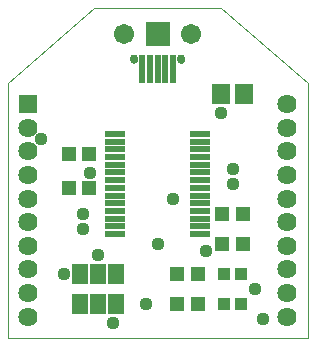
<source format=gts>
G75*
G70*
%OFA0B0*%
%FSLAX24Y24*%
%IPPOS*%
%LPD*%
%AMOC8*
5,1,8,0,0,1.08239X$1,22.5*
%
%ADD10C,0.0000*%
%ADD11C,0.0640*%
%ADD12R,0.0640X0.0640*%
%ADD13R,0.0671X0.0237*%
%ADD14R,0.0237X0.0966*%
%ADD15C,0.0297*%
%ADD16C,0.0674*%
%ADD17R,0.0828X0.0828*%
%ADD18R,0.0513X0.0474*%
%ADD19R,0.0592X0.0671*%
%ADD20R,0.0540X0.0710*%
%ADD21R,0.0395X0.0395*%
%ADD22R,0.0474X0.0513*%
%ADD23C,0.0437*%
D10*
X000645Y000524D02*
X000645Y009019D01*
X003520Y011524D01*
X007770Y011524D01*
X010645Y009019D01*
X010645Y000524D01*
X000645Y000524D01*
X004750Y009803D02*
X004752Y009823D01*
X004758Y009843D01*
X004767Y009861D01*
X004780Y009878D01*
X004795Y009891D01*
X004813Y009901D01*
X004833Y009908D01*
X004853Y009911D01*
X004873Y009910D01*
X004893Y009905D01*
X004912Y009897D01*
X004929Y009885D01*
X004943Y009870D01*
X004954Y009852D01*
X004962Y009833D01*
X004966Y009813D01*
X004966Y009793D01*
X004962Y009773D01*
X004954Y009754D01*
X004943Y009736D01*
X004929Y009721D01*
X004912Y009709D01*
X004893Y009701D01*
X004873Y009696D01*
X004853Y009695D01*
X004833Y009698D01*
X004813Y009705D01*
X004795Y009715D01*
X004780Y009728D01*
X004767Y009745D01*
X004758Y009763D01*
X004752Y009783D01*
X004750Y009803D01*
X006324Y009803D02*
X006326Y009823D01*
X006332Y009843D01*
X006341Y009861D01*
X006354Y009878D01*
X006369Y009891D01*
X006387Y009901D01*
X006407Y009908D01*
X006427Y009911D01*
X006447Y009910D01*
X006467Y009905D01*
X006486Y009897D01*
X006503Y009885D01*
X006517Y009870D01*
X006528Y009852D01*
X006536Y009833D01*
X006540Y009813D01*
X006540Y009793D01*
X006536Y009773D01*
X006528Y009754D01*
X006517Y009736D01*
X006503Y009721D01*
X006486Y009709D01*
X006467Y009701D01*
X006447Y009696D01*
X006427Y009695D01*
X006407Y009698D01*
X006387Y009705D01*
X006369Y009715D01*
X006354Y009728D01*
X006341Y009745D01*
X006332Y009763D01*
X006326Y009783D01*
X006324Y009803D01*
D11*
X009976Y008314D03*
X009976Y007527D03*
X009976Y006740D03*
X009976Y005952D03*
X009976Y005165D03*
X009976Y004377D03*
X009976Y003590D03*
X009976Y002803D03*
X009976Y002015D03*
X009976Y001228D03*
X001314Y001228D03*
X001314Y002015D03*
X001314Y002803D03*
X001314Y003590D03*
X001314Y004377D03*
X001314Y005165D03*
X001314Y005952D03*
X001314Y006740D03*
X001314Y007527D03*
D12*
X001314Y008314D03*
D13*
X004218Y007312D03*
X004218Y007057D03*
X004218Y006801D03*
X004218Y006545D03*
X004218Y006289D03*
X004218Y006033D03*
X004218Y005777D03*
X004218Y005521D03*
X004218Y005265D03*
X004218Y005009D03*
X004218Y004753D03*
X004218Y004498D03*
X004218Y004242D03*
X004218Y003986D03*
X007072Y003986D03*
X007072Y004242D03*
X007072Y004498D03*
X007072Y004753D03*
X007072Y005009D03*
X007072Y005265D03*
X007072Y005521D03*
X007072Y005777D03*
X007072Y006033D03*
X007072Y006289D03*
X007072Y006545D03*
X007072Y006801D03*
X007072Y007057D03*
X007072Y007312D03*
D14*
X006157Y009498D03*
X005901Y009498D03*
X005645Y009498D03*
X005389Y009498D03*
X005133Y009498D03*
D15*
X004858Y009803D03*
X006432Y009803D03*
D16*
X006757Y010649D03*
X004533Y010649D03*
D17*
X005645Y010649D03*
D18*
X003355Y006649D03*
X002685Y006649D03*
X002685Y005524D03*
X003355Y005524D03*
X007810Y004649D03*
X008480Y004649D03*
X008480Y003649D03*
X007810Y003649D03*
D19*
X007771Y008649D03*
X008519Y008649D03*
D20*
X004245Y002649D03*
X003645Y002649D03*
X003045Y002649D03*
X003045Y001649D03*
X003645Y001649D03*
X004245Y001649D03*
D21*
X007850Y001649D03*
X008440Y001649D03*
X008440Y002649D03*
X007850Y002649D03*
D22*
X006980Y002649D03*
X006310Y002649D03*
X006310Y001649D03*
X006980Y001649D03*
D23*
X005270Y001649D03*
X004145Y001024D03*
X002520Y002649D03*
X003645Y003274D03*
X003145Y004149D03*
X003145Y004649D03*
X003395Y006024D03*
X001770Y007149D03*
X005645Y003649D03*
X006145Y005149D03*
X007270Y003399D03*
X008895Y002149D03*
X009145Y001149D03*
X008145Y005649D03*
X008145Y006149D03*
X007770Y008024D03*
M02*

</source>
